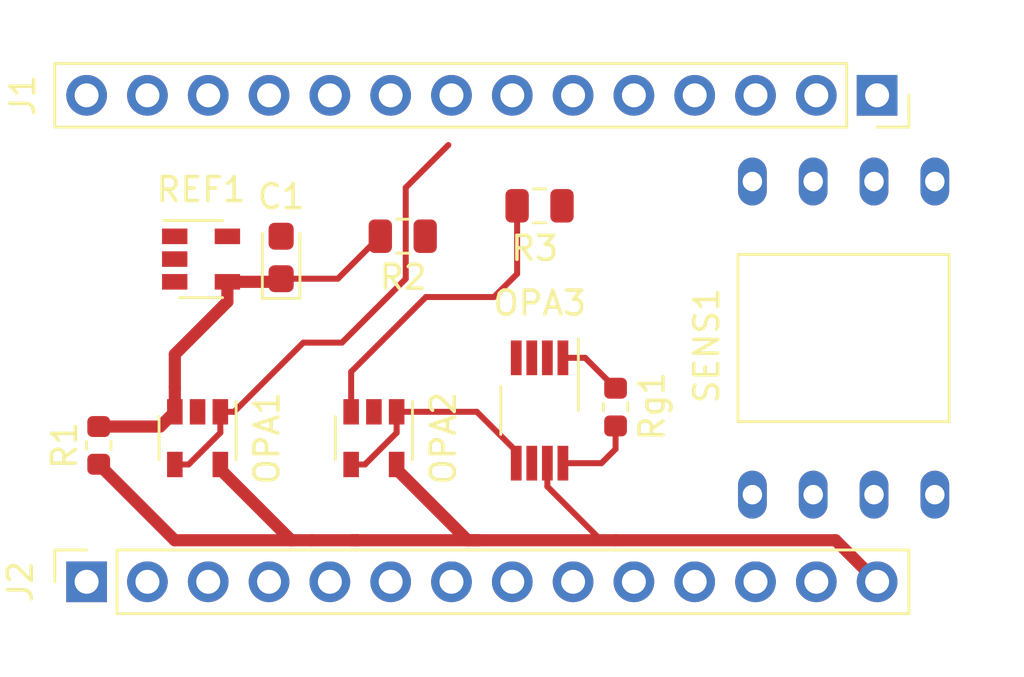
<source format=kicad_pcb>
(kicad_pcb (version 20171130) (host pcbnew "(5.1.2)-1")

  (general
    (thickness 1.6)
    (drawings 0)
    (tracks 57)
    (zones 0)
    (modules 12)
    (nets 41)
  )

  (page A4)
  (layers
    (0 F.Cu signal)
    (31 B.Cu signal)
    (32 B.Adhes user)
    (33 F.Adhes user)
    (34 B.Paste user)
    (35 F.Paste user)
    (36 B.SilkS user)
    (37 F.SilkS user)
    (38 B.Mask user)
    (39 F.Mask user)
    (40 Dwgs.User user)
    (41 Cmts.User user)
    (42 Eco1.User user)
    (43 Eco2.User user)
    (44 Edge.Cuts user)
    (45 Margin user)
    (46 B.CrtYd user)
    (47 F.CrtYd user)
    (48 B.Fab user)
    (49 F.Fab user)
  )

  (setup
    (last_trace_width 0.25)
    (user_trace_width 0.508)
    (trace_clearance 0.2)
    (zone_clearance 0.508)
    (zone_45_only no)
    (trace_min 0.2)
    (via_size 0.8)
    (via_drill 0.4)
    (via_min_size 0.4)
    (via_min_drill 0.3)
    (uvia_size 0.3)
    (uvia_drill 0.1)
    (uvias_allowed no)
    (uvia_min_size 0.2)
    (uvia_min_drill 0.1)
    (edge_width 0.05)
    (segment_width 0.2)
    (pcb_text_width 0.3)
    (pcb_text_size 1.5 1.5)
    (mod_edge_width 0.12)
    (mod_text_size 1 1)
    (mod_text_width 0.15)
    (pad_size 1.524 1.524)
    (pad_drill 0.762)
    (pad_to_mask_clearance 0.051)
    (solder_mask_min_width 0.25)
    (aux_axis_origin 0 0)
    (visible_elements 7FFFFFFF)
    (pcbplotparams
      (layerselection 0x010fc_ffffffff)
      (usegerberextensions false)
      (usegerberattributes false)
      (usegerberadvancedattributes false)
      (creategerberjobfile false)
      (excludeedgelayer true)
      (linewidth 0.100000)
      (plotframeref false)
      (viasonmask false)
      (mode 1)
      (useauxorigin false)
      (hpglpennumber 1)
      (hpglpenspeed 20)
      (hpglpendiameter 15.000000)
      (psnegative false)
      (psa4output false)
      (plotreference true)
      (plotvalue true)
      (plotinvisibletext false)
      (padsonsilk false)
      (subtractmaskfromsilk false)
      (outputformat 1)
      (mirror false)
      (drillshape 1)
      (scaleselection 1)
      (outputdirectory ""))
  )

  (net 0 "")
  (net 1 GND)
  (net 2 "Net-(C1-Pad1)")
  (net 3 "Net-(J1-Pad1)")
  (net 4 "Net-(J2-Pad1)")
  (net 5 +5V)
  (net 6 "Net-(OPA1-Pad1)")
  (net 7 "Net-(OPA2-Pad3)")
  (net 8 "Net-(OPA3-Pad8)")
  (net 9 "Net-(OPA3-Pad3)")
  (net 10 "Net-(OPA3-Pad2)")
  (net 11 "Net-(OPA3-Pad1)")
  (net 12 "Net-(SENS1-Pad5)")
  (net 13 "Net-(SENS1-Pad6)")
  (net 14 "Net-(SENS1-Pad7)")
  (net 15 "Net-(SENS1-Pad8)")
  (net 16 "Net-(J1-Pad14)")
  (net 17 "Net-(J1-Pad13)")
  (net 18 "Net-(J1-Pad12)")
  (net 19 "Net-(J1-Pad11)")
  (net 20 "Net-(J1-Pad10)")
  (net 21 "Net-(J1-Pad9)")
  (net 22 "Net-(J1-Pad8)")
  (net 23 "Net-(J1-Pad7)")
  (net 24 "Net-(J1-Pad6)")
  (net 25 "Net-(J1-Pad5)")
  (net 26 "Net-(J1-Pad4)")
  (net 27 "Net-(J1-Pad3)")
  (net 28 "Net-(J1-Pad2)")
  (net 29 "Net-(J2-Pad13)")
  (net 30 "Net-(J2-Pad12)")
  (net 31 "Net-(J2-Pad10)")
  (net 32 "Net-(J2-Pad9)")
  (net 33 "Net-(J2-Pad8)")
  (net 34 "Net-(J2-Pad7)")
  (net 35 "Net-(J2-Pad6)")
  (net 36 "Net-(J2-Pad5)")
  (net 37 "Net-(J2-Pad4)")
  (net 38 "Net-(J2-Pad3)")
  (net 39 "Net-(J2-Pad2)")
  (net 40 "Net-(OPA2-Pad2)")

  (net_class Default "This is the default net class."
    (clearance 0.2)
    (trace_width 0.25)
    (via_dia 0.8)
    (via_drill 0.4)
    (uvia_dia 0.3)
    (uvia_drill 0.1)
    (add_net +5V)
    (add_net GND)
    (add_net "Net-(C1-Pad1)")
    (add_net "Net-(J1-Pad1)")
    (add_net "Net-(J1-Pad10)")
    (add_net "Net-(J1-Pad11)")
    (add_net "Net-(J1-Pad12)")
    (add_net "Net-(J1-Pad13)")
    (add_net "Net-(J1-Pad14)")
    (add_net "Net-(J1-Pad2)")
    (add_net "Net-(J1-Pad3)")
    (add_net "Net-(J1-Pad4)")
    (add_net "Net-(J1-Pad5)")
    (add_net "Net-(J1-Pad6)")
    (add_net "Net-(J1-Pad7)")
    (add_net "Net-(J1-Pad8)")
    (add_net "Net-(J1-Pad9)")
    (add_net "Net-(J2-Pad1)")
    (add_net "Net-(J2-Pad10)")
    (add_net "Net-(J2-Pad12)")
    (add_net "Net-(J2-Pad13)")
    (add_net "Net-(J2-Pad2)")
    (add_net "Net-(J2-Pad3)")
    (add_net "Net-(J2-Pad4)")
    (add_net "Net-(J2-Pad5)")
    (add_net "Net-(J2-Pad6)")
    (add_net "Net-(J2-Pad7)")
    (add_net "Net-(J2-Pad8)")
    (add_net "Net-(J2-Pad9)")
    (add_net "Net-(OPA1-Pad1)")
    (add_net "Net-(OPA2-Pad2)")
    (add_net "Net-(OPA2-Pad3)")
    (add_net "Net-(OPA3-Pad1)")
    (add_net "Net-(OPA3-Pad2)")
    (add_net "Net-(OPA3-Pad3)")
    (add_net "Net-(OPA3-Pad8)")
    (add_net "Net-(SENS1-Pad5)")
    (add_net "Net-(SENS1-Pad6)")
    (add_net "Net-(SENS1-Pad7)")
    (add_net "Net-(SENS1-Pad8)")
  )

  (net_class 5V ""
    (clearance 0.4)
    (trace_width 0.508)
    (via_dia 0.8)
    (via_drill 0.4)
    (uvia_dia 0.3)
    (uvia_drill 0.1)
  )

  (module Connector_PinSocket_2.54mm:PinSocket_1x14_P2.54mm_Vertical (layer F.Cu) (tedit 5A19A434) (tstamp 5CD3FE82)
    (at 103 90 90)
    (descr "Through hole straight socket strip, 1x14, 2.54mm pitch, single row (from Kicad 4.0.7), script generated")
    (tags "Through hole socket strip THT 1x14 2.54mm single row")
    (path /5CD8CCB6)
    (fp_text reference J2 (at 0 -2.77 90) (layer F.SilkS)
      (effects (font (size 1 1) (thickness 0.15)))
    )
    (fp_text value "Headers 2" (at 0 35.79 90) (layer F.Fab)
      (effects (font (size 1 1) (thickness 0.15)))
    )
    (fp_text user %R (at 0 16.51) (layer F.Fab)
      (effects (font (size 1 1) (thickness 0.15)))
    )
    (fp_line (start -1.8 34.8) (end -1.8 -1.8) (layer F.CrtYd) (width 0.05))
    (fp_line (start 1.75 34.8) (end -1.8 34.8) (layer F.CrtYd) (width 0.05))
    (fp_line (start 1.75 -1.8) (end 1.75 34.8) (layer F.CrtYd) (width 0.05))
    (fp_line (start -1.8 -1.8) (end 1.75 -1.8) (layer F.CrtYd) (width 0.05))
    (fp_line (start 0 -1.33) (end 1.33 -1.33) (layer F.SilkS) (width 0.12))
    (fp_line (start 1.33 -1.33) (end 1.33 0) (layer F.SilkS) (width 0.12))
    (fp_line (start 1.33 1.27) (end 1.33 34.35) (layer F.SilkS) (width 0.12))
    (fp_line (start -1.33 34.35) (end 1.33 34.35) (layer F.SilkS) (width 0.12))
    (fp_line (start -1.33 1.27) (end -1.33 34.35) (layer F.SilkS) (width 0.12))
    (fp_line (start -1.33 1.27) (end 1.33 1.27) (layer F.SilkS) (width 0.12))
    (fp_line (start -1.27 34.29) (end -1.27 -1.27) (layer F.Fab) (width 0.1))
    (fp_line (start 1.27 34.29) (end -1.27 34.29) (layer F.Fab) (width 0.1))
    (fp_line (start 1.27 -0.635) (end 1.27 34.29) (layer F.Fab) (width 0.1))
    (fp_line (start 0.635 -1.27) (end 1.27 -0.635) (layer F.Fab) (width 0.1))
    (fp_line (start -1.27 -1.27) (end 0.635 -1.27) (layer F.Fab) (width 0.1))
    (pad 14 thru_hole oval (at 0 33.02 90) (size 1.7 1.7) (drill 1) (layers *.Cu *.Mask)
      (net 5 +5V))
    (pad 13 thru_hole oval (at 0 30.48 90) (size 1.7 1.7) (drill 1) (layers *.Cu *.Mask)
      (net 29 "Net-(J2-Pad13)"))
    (pad 12 thru_hole oval (at 0 27.94 90) (size 1.7 1.7) (drill 1) (layers *.Cu *.Mask)
      (net 30 "Net-(J2-Pad12)"))
    (pad 11 thru_hole oval (at 0 25.4 90) (size 1.7 1.7) (drill 1) (layers *.Cu *.Mask)
      (net 1 GND))
    (pad 10 thru_hole oval (at 0 22.86 90) (size 1.7 1.7) (drill 1) (layers *.Cu *.Mask)
      (net 31 "Net-(J2-Pad10)"))
    (pad 9 thru_hole oval (at 0 20.32 90) (size 1.7 1.7) (drill 1) (layers *.Cu *.Mask)
      (net 32 "Net-(J2-Pad9)"))
    (pad 8 thru_hole oval (at 0 17.78 90) (size 1.7 1.7) (drill 1) (layers *.Cu *.Mask)
      (net 33 "Net-(J2-Pad8)"))
    (pad 7 thru_hole oval (at 0 15.24 90) (size 1.7 1.7) (drill 1) (layers *.Cu *.Mask)
      (net 34 "Net-(J2-Pad7)"))
    (pad 6 thru_hole oval (at 0 12.7 90) (size 1.7 1.7) (drill 1) (layers *.Cu *.Mask)
      (net 35 "Net-(J2-Pad6)"))
    (pad 5 thru_hole oval (at 0 10.16 90) (size 1.7 1.7) (drill 1) (layers *.Cu *.Mask)
      (net 36 "Net-(J2-Pad5)"))
    (pad 4 thru_hole oval (at 0 7.62 90) (size 1.7 1.7) (drill 1) (layers *.Cu *.Mask)
      (net 37 "Net-(J2-Pad4)"))
    (pad 3 thru_hole oval (at 0 5.08 90) (size 1.7 1.7) (drill 1) (layers *.Cu *.Mask)
      (net 38 "Net-(J2-Pad3)"))
    (pad 2 thru_hole oval (at 0 2.54 90) (size 1.7 1.7) (drill 1) (layers *.Cu *.Mask)
      (net 39 "Net-(J2-Pad2)"))
    (pad 1 thru_hole rect (at 0 0 90) (size 1.7 1.7) (drill 1) (layers *.Cu *.Mask)
      (net 4 "Net-(J2-Pad1)"))
    (model ${KISYS3DMOD}/Connector_PinSocket_2.54mm.3dshapes/PinSocket_1x14_P2.54mm_Vertical.wrl
      (at (xyz 0 0 0))
      (scale (xyz 1 1 1))
      (rotate (xyz 0 0 0))
    )
  )

  (module Connector_PinSocket_2.54mm:PinSocket_1x14_P2.54mm_Vertical (layer F.Cu) (tedit 5A19A434) (tstamp 5CD426EE)
    (at 136.02 69.68 270)
    (descr "Through hole straight socket strip, 1x14, 2.54mm pitch, single row (from Kicad 4.0.7), script generated")
    (tags "Through hole socket strip THT 1x14 2.54mm single row")
    (path /5CD7F223)
    (fp_text reference J1 (at 0 35.69 90) (layer F.SilkS)
      (effects (font (size 1 1) (thickness 0.15)))
    )
    (fp_text value "Headers 1" (at 0 -2.41 90) (layer F.Fab)
      (effects (font (size 1 1) (thickness 0.15)))
    )
    (fp_text user %R (at 0 16.51) (layer F.Fab)
      (effects (font (size 1 1) (thickness 0.15)))
    )
    (fp_line (start -1.8 34.8) (end -1.8 -1.8) (layer F.CrtYd) (width 0.05))
    (fp_line (start 1.75 34.8) (end -1.8 34.8) (layer F.CrtYd) (width 0.05))
    (fp_line (start 1.75 -1.8) (end 1.75 34.8) (layer F.CrtYd) (width 0.05))
    (fp_line (start -1.8 -1.8) (end 1.75 -1.8) (layer F.CrtYd) (width 0.05))
    (fp_line (start 0 -1.33) (end 1.33 -1.33) (layer F.SilkS) (width 0.12))
    (fp_line (start 1.33 -1.33) (end 1.33 0) (layer F.SilkS) (width 0.12))
    (fp_line (start 1.33 1.27) (end 1.33 34.35) (layer F.SilkS) (width 0.12))
    (fp_line (start -1.33 34.35) (end 1.33 34.35) (layer F.SilkS) (width 0.12))
    (fp_line (start -1.33 1.27) (end -1.33 34.35) (layer F.SilkS) (width 0.12))
    (fp_line (start -1.33 1.27) (end 1.33 1.27) (layer F.SilkS) (width 0.12))
    (fp_line (start -1.27 34.29) (end -1.27 -1.27) (layer F.Fab) (width 0.1))
    (fp_line (start 1.27 34.29) (end -1.27 34.29) (layer F.Fab) (width 0.1))
    (fp_line (start 1.27 -0.635) (end 1.27 34.29) (layer F.Fab) (width 0.1))
    (fp_line (start 0.635 -1.27) (end 1.27 -0.635) (layer F.Fab) (width 0.1))
    (fp_line (start -1.27 -1.27) (end 0.635 -1.27) (layer F.Fab) (width 0.1))
    (pad 14 thru_hole oval (at 0 33.02 270) (size 1.7 1.7) (drill 1) (layers *.Cu *.Mask)
      (net 16 "Net-(J1-Pad14)"))
    (pad 13 thru_hole oval (at 0 30.48 270) (size 1.7 1.7) (drill 1) (layers *.Cu *.Mask)
      (net 17 "Net-(J1-Pad13)"))
    (pad 12 thru_hole oval (at 0 27.94 270) (size 1.7 1.7) (drill 1) (layers *.Cu *.Mask)
      (net 18 "Net-(J1-Pad12)"))
    (pad 11 thru_hole oval (at 0 25.4 270) (size 1.7 1.7) (drill 1) (layers *.Cu *.Mask)
      (net 19 "Net-(J1-Pad11)"))
    (pad 10 thru_hole oval (at 0 22.86 270) (size 1.7 1.7) (drill 1) (layers *.Cu *.Mask)
      (net 20 "Net-(J1-Pad10)"))
    (pad 9 thru_hole oval (at 0 20.32 270) (size 1.7 1.7) (drill 1) (layers *.Cu *.Mask)
      (net 21 "Net-(J1-Pad9)"))
    (pad 8 thru_hole oval (at 0 17.78 270) (size 1.7 1.7) (drill 1) (layers *.Cu *.Mask)
      (net 22 "Net-(J1-Pad8)"))
    (pad 7 thru_hole oval (at 0 15.24 270) (size 1.7 1.7) (drill 1) (layers *.Cu *.Mask)
      (net 23 "Net-(J1-Pad7)"))
    (pad 6 thru_hole oval (at 0 12.7 270) (size 1.7 1.7) (drill 1) (layers *.Cu *.Mask)
      (net 24 "Net-(J1-Pad6)"))
    (pad 5 thru_hole oval (at 0 10.16 270) (size 1.7 1.7) (drill 1) (layers *.Cu *.Mask)
      (net 25 "Net-(J1-Pad5)"))
    (pad 4 thru_hole oval (at 0 7.62 270) (size 1.7 1.7) (drill 1) (layers *.Cu *.Mask)
      (net 26 "Net-(J1-Pad4)"))
    (pad 3 thru_hole oval (at 0 5.08 270) (size 1.7 1.7) (drill 1) (layers *.Cu *.Mask)
      (net 27 "Net-(J1-Pad3)"))
    (pad 2 thru_hole oval (at 0 2.54 270) (size 1.7 1.7) (drill 1) (layers *.Cu *.Mask)
      (net 28 "Net-(J1-Pad2)"))
    (pad 1 thru_hole rect (at 0 0 270) (size 1.7 1.7) (drill 1) (layers *.Cu *.Mask)
      (net 3 "Net-(J1-Pad1)"))
    (model ${KISYS3DMOD}/Connector_PinSocket_2.54mm.3dshapes/PinSocket_1x14_P2.54mm_Vertical.wrl
      (at (xyz 0 0 0))
      (scale (xyz 1 1 1))
      (rotate (xyz 0 0 0))
    )
  )

  (module project_components:DIP-8_RR (layer F.Cu) (tedit 5CD39EEA) (tstamp 5CD4278D)
    (at 134.62 79.82 180)
    (path /5CD38982)
    (fp_text reference SENS1 (at 5.715 -0.3175 90) (layer F.SilkS)
      (effects (font (size 1 1) (thickness 0.15)))
    )
    (fp_text value NSCDRRN001PDUNV (at 0 0) (layer F.Fab)
      (effects (font (size 1 1) (thickness 0.15)))
    )
    (fp_line (start -4.41 -3.49) (end -4.41 3.49) (layer F.SilkS) (width 0.12))
    (fp_line (start -4.66 7.79) (end -4.66 -7.79) (layer F.CrtYd) (width 0.05))
    (fp_line (start 4.66 7.79) (end -4.66 7.79) (layer F.CrtYd) (width 0.05))
    (fp_line (start 4.66 -7.79) (end 4.66 7.79) (layer F.CrtYd) (width 0.05))
    (fp_line (start -4.66 -7.79) (end 4.66 -7.79) (layer F.CrtYd) (width 0.05))
    (fp_line (start 4.41 -3.49) (end -4.41 -3.49) (layer F.SilkS) (width 0.12))
    (fp_line (start 4.41 3.49) (end 4.41 -3.49) (layer F.SilkS) (width 0.12))
    (fp_line (start -4.41 3.49) (end 4.41 3.49) (layer F.SilkS) (width 0.12))
    (pad 4 thru_hole oval (at 3.81 6.54 180) (size 1.2 2) (drill 0.813) (layers *.Cu *.Mask)
      (net 10 "Net-(OPA3-Pad2)"))
    (pad 5 thru_hole oval (at 3.81 -6.54 180) (size 1.2 2) (drill 0.813) (layers *.Cu *.Mask)
      (net 12 "Net-(SENS1-Pad5)"))
    (pad 3 thru_hole oval (at 1.27 6.54 180) (size 1.2 2) (drill 0.813) (layers *.Cu *.Mask)
      (net 6 "Net-(OPA1-Pad1)"))
    (pad 6 thru_hole oval (at 1.27 -6.54 180) (size 1.2 2) (drill 0.813) (layers *.Cu *.Mask)
      (net 13 "Net-(SENS1-Pad6)"))
    (pad 2 thru_hole oval (at -1.27 6.54 180) (size 1.2 2) (drill 0.813) (layers *.Cu *.Mask)
      (net 9 "Net-(OPA3-Pad3)"))
    (pad 7 thru_hole oval (at -1.27 -6.54 180) (size 1.2 2) (drill 0.813) (layers *.Cu *.Mask)
      (net 14 "Net-(SENS1-Pad7)"))
    (pad 1 thru_hole oval (at -3.81 6.54 180) (size 1.2 2) (drill 0.813) (layers *.Cu *.Mask)
      (net 1 GND))
    (pad 8 thru_hole oval (at -3.81 -6.54 180) (size 1.2 2) (drill 0.813) (layers *.Cu *.Mask)
      (net 15 "Net-(SENS1-Pad8)"))
    (model ${KIPRJMOD}/3d/nsc.wrl
      (at (xyz 0 0 0))
      (scale (xyz 0.4 0.4 0.4))
      (rotate (xyz 0 0 -90))
    )
  )

  (module Resistor_SMD:R_0603_1608Metric (layer F.Cu) (tedit 5B301BBD) (tstamp 5CD4455F)
    (at 125.095 82.7025 270)
    (descr "Resistor SMD 0603 (1608 Metric), square (rectangular) end terminal, IPC_7351 nominal, (Body size source: http://www.tortai-tech.com/upload/download/2011102023233369053.pdf), generated with kicad-footprint-generator")
    (tags resistor)
    (path /5CD4E01B)
    (attr smd)
    (fp_text reference Rg1 (at -0.038 -1.524 90) (layer F.SilkS)
      (effects (font (size 1 1) (thickness 0.15)))
    )
    (fp_text value "500 Ohm" (at 0 1.43 90) (layer F.Fab)
      (effects (font (size 1 1) (thickness 0.15)))
    )
    (fp_text user %R (at 0 0 90) (layer F.Fab)
      (effects (font (size 0.4 0.4) (thickness 0.06)))
    )
    (fp_line (start 1.48 0.73) (end -1.48 0.73) (layer F.CrtYd) (width 0.05))
    (fp_line (start 1.48 -0.73) (end 1.48 0.73) (layer F.CrtYd) (width 0.05))
    (fp_line (start -1.48 -0.73) (end 1.48 -0.73) (layer F.CrtYd) (width 0.05))
    (fp_line (start -1.48 0.73) (end -1.48 -0.73) (layer F.CrtYd) (width 0.05))
    (fp_line (start -0.162779 0.51) (end 0.162779 0.51) (layer F.SilkS) (width 0.12))
    (fp_line (start -0.162779 -0.51) (end 0.162779 -0.51) (layer F.SilkS) (width 0.12))
    (fp_line (start 0.8 0.4) (end -0.8 0.4) (layer F.Fab) (width 0.1))
    (fp_line (start 0.8 -0.4) (end 0.8 0.4) (layer F.Fab) (width 0.1))
    (fp_line (start -0.8 -0.4) (end 0.8 -0.4) (layer F.Fab) (width 0.1))
    (fp_line (start -0.8 0.4) (end -0.8 -0.4) (layer F.Fab) (width 0.1))
    (pad 2 smd roundrect (at 0.7875 0 270) (size 0.875 0.95) (layers F.Cu F.Paste F.Mask) (roundrect_rratio 0.25)
      (net 8 "Net-(OPA3-Pad8)"))
    (pad 1 smd roundrect (at -0.7875 0 270) (size 0.875 0.95) (layers F.Cu F.Paste F.Mask) (roundrect_rratio 0.25)
      (net 11 "Net-(OPA3-Pad1)"))
    (model ${KISYS3DMOD}/Resistor_SMD.3dshapes/R_0603_1608Metric.wrl
      (at (xyz 0 0 0))
      (scale (xyz 1 1 1))
      (rotate (xyz 0 0 0))
    )
  )

  (module Package_TO_SOT_SMD:SOT-23-5 (layer F.Cu) (tedit 5A02FF57) (tstamp 5CD42428)
    (at 107.78 76.52)
    (descr "5-pin SOT23 package")
    (tags SOT-23-5)
    (path /5CD4BD36)
    (attr smd)
    (fp_text reference REF1 (at 0 -2.9) (layer F.SilkS)
      (effects (font (size 1 1) (thickness 0.15)))
    )
    (fp_text value LM4030-4.096 (at -3.64 0.32 90) (layer F.Fab) hide
      (effects (font (size 1 1) (thickness 0.15)))
    )
    (fp_line (start 0.9 -1.55) (end 0.9 1.55) (layer F.Fab) (width 0.1))
    (fp_line (start 0.9 1.55) (end -0.9 1.55) (layer F.Fab) (width 0.1))
    (fp_line (start -0.9 -0.9) (end -0.9 1.55) (layer F.Fab) (width 0.1))
    (fp_line (start 0.9 -1.55) (end -0.25 -1.55) (layer F.Fab) (width 0.1))
    (fp_line (start -0.9 -0.9) (end -0.25 -1.55) (layer F.Fab) (width 0.1))
    (fp_line (start -1.9 1.8) (end -1.9 -1.8) (layer F.CrtYd) (width 0.05))
    (fp_line (start 1.9 1.8) (end -1.9 1.8) (layer F.CrtYd) (width 0.05))
    (fp_line (start 1.9 -1.8) (end 1.9 1.8) (layer F.CrtYd) (width 0.05))
    (fp_line (start -1.9 -1.8) (end 1.9 -1.8) (layer F.CrtYd) (width 0.05))
    (fp_line (start 0.9 -1.61) (end -1.55 -1.61) (layer F.SilkS) (width 0.12))
    (fp_line (start -0.9 1.61) (end 0.9 1.61) (layer F.SilkS) (width 0.12))
    (fp_text user %R (at 0 0 90) (layer F.Fab)
      (effects (font (size 0.5 0.5) (thickness 0.075)))
    )
    (pad 5 smd rect (at 1.1 -0.95) (size 1.06 0.65) (layers F.Cu F.Paste F.Mask)
      (net 1 GND))
    (pad 4 smd rect (at 1.1 0.95) (size 1.06 0.65) (layers F.Cu F.Paste F.Mask)
      (net 2 "Net-(C1-Pad1)"))
    (pad 3 smd rect (at -1.1 0.95) (size 1.06 0.65) (layers F.Cu F.Paste F.Mask))
    (pad 2 smd rect (at -1.1 0) (size 1.06 0.65) (layers F.Cu F.Paste F.Mask))
    (pad 1 smd rect (at -1.1 -0.95) (size 1.06 0.65) (layers F.Cu F.Paste F.Mask))
    (model ${KISYS3DMOD}/Package_TO_SOT_SMD.3dshapes/SOT-23-5.wrl
      (at (xyz 0 0 0))
      (scale (xyz 1 1 1))
      (rotate (xyz 0 0 0))
    )
  )

  (module Resistor_SMD:R_0805_2012Metric (layer F.Cu) (tedit 5B36C52B) (tstamp 5CD42550)
    (at 121.92 74.295)
    (descr "Resistor SMD 0805 (2012 Metric), square (rectangular) end terminal, IPC_7351 nominal, (Body size source: https://docs.google.com/spreadsheets/d/1BsfQQcO9C6DZCsRaXUlFlo91Tg2WpOkGARC1WS5S8t0/edit?usp=sharing), generated with kicad-footprint-generator")
    (tags resistor)
    (path /5CD388C6)
    (attr smd)
    (fp_text reference R3 (at -0.2055 1.778) (layer F.SilkS)
      (effects (font (size 1 1) (thickness 0.15)))
    )
    (fp_text value "15 KOhm" (at 0 1.65) (layer F.Fab)
      (effects (font (size 1 1) (thickness 0.15)))
    )
    (fp_text user %R (at 0 0) (layer F.Fab)
      (effects (font (size 0.5 0.5) (thickness 0.08)))
    )
    (fp_line (start 1.68 0.95) (end -1.68 0.95) (layer F.CrtYd) (width 0.05))
    (fp_line (start 1.68 -0.95) (end 1.68 0.95) (layer F.CrtYd) (width 0.05))
    (fp_line (start -1.68 -0.95) (end 1.68 -0.95) (layer F.CrtYd) (width 0.05))
    (fp_line (start -1.68 0.95) (end -1.68 -0.95) (layer F.CrtYd) (width 0.05))
    (fp_line (start -0.258578 0.71) (end 0.258578 0.71) (layer F.SilkS) (width 0.12))
    (fp_line (start -0.258578 -0.71) (end 0.258578 -0.71) (layer F.SilkS) (width 0.12))
    (fp_line (start 1 0.6) (end -1 0.6) (layer F.Fab) (width 0.1))
    (fp_line (start 1 -0.6) (end 1 0.6) (layer F.Fab) (width 0.1))
    (fp_line (start -1 -0.6) (end 1 -0.6) (layer F.Fab) (width 0.1))
    (fp_line (start -1 0.6) (end -1 -0.6) (layer F.Fab) (width 0.1))
    (pad 2 smd roundrect (at 0.9375 0) (size 0.975 1.4) (layers F.Cu F.Paste F.Mask) (roundrect_rratio 0.25)
      (net 1 GND))
    (pad 1 smd roundrect (at -0.9375 0) (size 0.975 1.4) (layers F.Cu F.Paste F.Mask) (roundrect_rratio 0.25)
      (net 7 "Net-(OPA2-Pad3)"))
    (model ${KISYS3DMOD}/Resistor_SMD.3dshapes/R_0805_2012Metric.wrl
      (at (xyz 0 0 0))
      (scale (xyz 1 1 1))
      (rotate (xyz 0 0 0))
    )
  )

  (module Resistor_SMD:R_0805_2012Metric (layer F.Cu) (tedit 5B36C52B) (tstamp 5CD44081)
    (at 116.205 75.565)
    (descr "Resistor SMD 0805 (2012 Metric), square (rectangular) end terminal, IPC_7351 nominal, (Body size source: https://docs.google.com/spreadsheets/d/1BsfQQcO9C6DZCsRaXUlFlo91Tg2WpOkGARC1WS5S8t0/edit?usp=sharing), generated with kicad-footprint-generator")
    (tags resistor)
    (path /5CD37D29)
    (attr smd)
    (fp_text reference R2 (at 0.015 1.7145) (layer F.SilkS)
      (effects (font (size 1 1) (thickness 0.15)))
    )
    (fp_text value "10 KOhm" (at 0 1.65) (layer F.Fab)
      (effects (font (size 1 1) (thickness 0.15)))
    )
    (fp_text user %R (at 0 0) (layer F.Fab)
      (effects (font (size 0.5 0.5) (thickness 0.08)))
    )
    (fp_line (start 1.68 0.95) (end -1.68 0.95) (layer F.CrtYd) (width 0.05))
    (fp_line (start 1.68 -0.95) (end 1.68 0.95) (layer F.CrtYd) (width 0.05))
    (fp_line (start -1.68 -0.95) (end 1.68 -0.95) (layer F.CrtYd) (width 0.05))
    (fp_line (start -1.68 0.95) (end -1.68 -0.95) (layer F.CrtYd) (width 0.05))
    (fp_line (start -0.258578 0.71) (end 0.258578 0.71) (layer F.SilkS) (width 0.12))
    (fp_line (start -0.258578 -0.71) (end 0.258578 -0.71) (layer F.SilkS) (width 0.12))
    (fp_line (start 1 0.6) (end -1 0.6) (layer F.Fab) (width 0.1))
    (fp_line (start 1 -0.6) (end 1 0.6) (layer F.Fab) (width 0.1))
    (fp_line (start -1 -0.6) (end 1 -0.6) (layer F.Fab) (width 0.1))
    (fp_line (start -1 0.6) (end -1 -0.6) (layer F.Fab) (width 0.1))
    (pad 2 smd roundrect (at 0.9375 0) (size 0.975 1.4) (layers F.Cu F.Paste F.Mask) (roundrect_rratio 0.25)
      (net 7 "Net-(OPA2-Pad3)"))
    (pad 1 smd roundrect (at -0.9375 0) (size 0.975 1.4) (layers F.Cu F.Paste F.Mask) (roundrect_rratio 0.25)
      (net 2 "Net-(C1-Pad1)"))
    (model ${KISYS3DMOD}/Resistor_SMD.3dshapes/R_0805_2012Metric.wrl
      (at (xyz 0 0 0))
      (scale (xyz 1 1 1))
      (rotate (xyz 0 0 0))
    )
  )

  (module Resistor_SMD:R_0603_1608Metric (layer F.Cu) (tedit 5B301BBD) (tstamp 5CD43AE3)
    (at 103.505 84.3025 90)
    (descr "Resistor SMD 0603 (1608 Metric), square (rectangular) end terminal, IPC_7351 nominal, (Body size source: http://www.tortai-tech.com/upload/download/2011102023233369053.pdf), generated with kicad-footprint-generator")
    (tags resistor)
    (path /5CD5B23E)
    (attr smd)
    (fp_text reference R1 (at 0 -1.43 90) (layer F.SilkS)
      (effects (font (size 1 1) (thickness 0.15)))
    )
    (fp_text value "1.02 KOhm" (at 0 1.43 180) (layer F.Fab) hide
      (effects (font (size 1 1) (thickness 0.15)))
    )
    (fp_text user %R (at 0 0 90) (layer F.Fab)
      (effects (font (size 0.4 0.4) (thickness 0.06)))
    )
    (fp_line (start 1.48 0.73) (end -1.48 0.73) (layer F.CrtYd) (width 0.05))
    (fp_line (start 1.48 -0.73) (end 1.48 0.73) (layer F.CrtYd) (width 0.05))
    (fp_line (start -1.48 -0.73) (end 1.48 -0.73) (layer F.CrtYd) (width 0.05))
    (fp_line (start -1.48 0.73) (end -1.48 -0.73) (layer F.CrtYd) (width 0.05))
    (fp_line (start -0.162779 0.51) (end 0.162779 0.51) (layer F.SilkS) (width 0.12))
    (fp_line (start -0.162779 -0.51) (end 0.162779 -0.51) (layer F.SilkS) (width 0.12))
    (fp_line (start 0.8 0.4) (end -0.8 0.4) (layer F.Fab) (width 0.1))
    (fp_line (start 0.8 -0.4) (end 0.8 0.4) (layer F.Fab) (width 0.1))
    (fp_line (start -0.8 -0.4) (end 0.8 -0.4) (layer F.Fab) (width 0.1))
    (fp_line (start -0.8 0.4) (end -0.8 -0.4) (layer F.Fab) (width 0.1))
    (pad 2 smd roundrect (at 0.7875 0 90) (size 0.875 0.95) (layers F.Cu F.Paste F.Mask) (roundrect_rratio 0.25)
      (net 2 "Net-(C1-Pad1)"))
    (pad 1 smd roundrect (at -0.7875 0 90) (size 0.875 0.95) (layers F.Cu F.Paste F.Mask) (roundrect_rratio 0.25)
      (net 5 +5V))
    (model ${KISYS3DMOD}/Resistor_SMD.3dshapes/R_0603_1608Metric.wrl
      (at (xyz 0 0 0))
      (scale (xyz 1 1 1))
      (rotate (xyz 0 0 0))
    )
  )

  (module Package_SO:VSSOP-8_3.0x3.0mm_P0.65mm (layer F.Cu) (tedit 5A02F25C) (tstamp 5CD42A15)
    (at 121.92 82.845 270)
    (descr "VSSOP-8 3.0 x 3.0, http://www.ti.com/lit/ds/symlink/lm75b.pdf")
    (tags "VSSOP-8 3.0 x 3.0")
    (path /5CD4ABF9)
    (attr smd)
    (fp_text reference OPA3 (at -4.486 -0.0075 180) (layer F.SilkS)
      (effects (font (size 1 1) (thickness 0.15)))
    )
    (fp_text value INA333 (at 0.02 2.73 90) (layer F.Fab)
      (effects (font (size 1 1) (thickness 0.15)))
    )
    (fp_text user %R (at 0 0 270) (layer F.Fab)
      (effects (font (size 0.5 0.5) (thickness 0.1)))
    )
    (fp_line (start 1.5 -1.5) (end 1.5 1.5) (layer F.Fab) (width 0.1))
    (fp_line (start 1.5 1.5) (end -1.5 1.5) (layer F.Fab) (width 0.1))
    (fp_line (start -1.5 1.5) (end -1.5 -0.5) (layer F.Fab) (width 0.1))
    (fp_line (start -0.5 -1.5) (end 1.5 -1.5) (layer F.Fab) (width 0.1))
    (fp_line (start -0.5 -1.5) (end -1.5 -0.5) (layer F.Fab) (width 0.1))
    (fp_line (start 0 -1.62) (end -3 -1.62) (layer F.SilkS) (width 0.12))
    (fp_line (start 1 1.62) (end -1 1.62) (layer F.SilkS) (width 0.12))
    (fp_line (start 3.48 -1.75) (end 3.48 1.75) (layer F.CrtYd) (width 0.05))
    (fp_line (start 3.48 1.75) (end -3.48 1.75) (layer F.CrtYd) (width 0.05))
    (fp_line (start -3.48 1.75) (end -3.48 -1.75) (layer F.CrtYd) (width 0.05))
    (fp_line (start -3.48 -1.75) (end 3.48 -1.75) (layer F.CrtYd) (width 0.05))
    (pad 8 smd rect (at 2.2 -0.975 180) (size 0.45 1.45) (layers F.Cu F.Paste F.Mask)
      (net 8 "Net-(OPA3-Pad8)"))
    (pad 7 smd rect (at 2.2 -0.325 180) (size 0.45 1.45) (layers F.Cu F.Paste F.Mask)
      (net 5 +5V))
    (pad 6 smd rect (at 2.2 0.325 180) (size 0.45 1.45) (layers F.Cu F.Paste F.Mask)
      (net 27 "Net-(J1-Pad3)"))
    (pad 5 smd rect (at 2.2 0.975 180) (size 0.45 1.45) (layers F.Cu F.Paste F.Mask)
      (net 3 "Net-(J1-Pad1)"))
    (pad 4 smd rect (at -2.2 0.975 180) (size 0.45 1.45) (layers F.Cu F.Paste F.Mask)
      (net 1 GND))
    (pad 3 smd rect (at -2.2 0.325 180) (size 0.45 1.45) (layers F.Cu F.Paste F.Mask)
      (net 9 "Net-(OPA3-Pad3)"))
    (pad 2 smd rect (at -2.2 -0.325 180) (size 0.45 1.45) (layers F.Cu F.Paste F.Mask)
      (net 10 "Net-(OPA3-Pad2)"))
    (pad 1 smd rect (at -2.2 -0.975 180) (size 0.45 1.45) (layers F.Cu F.Paste F.Mask)
      (net 11 "Net-(OPA3-Pad1)"))
    (model ${KISYS3DMOD}/Package_SO.3dshapes/VSSOP-8_3.0x3.0mm_P0.65mm.wrl
      (at (xyz 0 0 0))
      (scale (xyz 1 1 1))
      (rotate (xyz 0 0 0))
    )
  )

  (module Package_TO_SOT_SMD:SOT-23-5 (layer F.Cu) (tedit 5A02FF57) (tstamp 5CD43FAA)
    (at 115 84 270)
    (descr "5-pin SOT23 package")
    (tags SOT-23-5)
    (path /5CD3C231)
    (attr smd)
    (fp_text reference OPA2 (at 0 -2.9 90) (layer F.SilkS)
      (effects (font (size 1 1) (thickness 0.15)))
    )
    (fp_text value OPA378xxDBVR (at 0 2.9 90) (layer F.Fab)
      (effects (font (size 1 1) (thickness 0.15)))
    )
    (fp_line (start 0.9 -1.55) (end 0.9 1.55) (layer F.Fab) (width 0.1))
    (fp_line (start 0.9 1.55) (end -0.9 1.55) (layer F.Fab) (width 0.1))
    (fp_line (start -0.9 -0.9) (end -0.9 1.55) (layer F.Fab) (width 0.1))
    (fp_line (start 0.9 -1.55) (end -0.25 -1.55) (layer F.Fab) (width 0.1))
    (fp_line (start -0.9 -0.9) (end -0.25 -1.55) (layer F.Fab) (width 0.1))
    (fp_line (start -1.9 1.8) (end -1.9 -1.8) (layer F.CrtYd) (width 0.05))
    (fp_line (start 1.9 1.8) (end -1.9 1.8) (layer F.CrtYd) (width 0.05))
    (fp_line (start 1.9 -1.8) (end 1.9 1.8) (layer F.CrtYd) (width 0.05))
    (fp_line (start -1.9 -1.8) (end 1.9 -1.8) (layer F.CrtYd) (width 0.05))
    (fp_line (start 0.9 -1.61) (end -1.55 -1.61) (layer F.SilkS) (width 0.12))
    (fp_line (start -0.9 1.61) (end 0.9 1.61) (layer F.SilkS) (width 0.12))
    (fp_text user %R (at 0 0) (layer F.Fab)
      (effects (font (size 0.5 0.5) (thickness 0.075)))
    )
    (pad 5 smd rect (at 1.1 -0.95 270) (size 1.06 0.65) (layers F.Cu F.Paste F.Mask)
      (net 5 +5V))
    (pad 4 smd rect (at 1.1 0.95 270) (size 1.06 0.65) (layers F.Cu F.Paste F.Mask)
      (net 3 "Net-(J1-Pad1)"))
    (pad 3 smd rect (at -1.1 0.95 270) (size 1.06 0.65) (layers F.Cu F.Paste F.Mask)
      (net 7 "Net-(OPA2-Pad3)"))
    (pad 2 smd rect (at -1.1 0 270) (size 1.06 0.65) (layers F.Cu F.Paste F.Mask)
      (net 40 "Net-(OPA2-Pad2)"))
    (pad 1 smd rect (at -1.1 -0.95 270) (size 1.06 0.65) (layers F.Cu F.Paste F.Mask)
      (net 3 "Net-(J1-Pad1)"))
    (model ${KISYS3DMOD}/Package_TO_SOT_SMD.3dshapes/SOT-23-5.wrl
      (at (xyz 0 0 0))
      (scale (xyz 1 1 1))
      (rotate (xyz 0 0 0))
    )
  )

  (module Package_TO_SOT_SMD:SOT-23-5 (layer F.Cu) (tedit 5A02FF57) (tstamp 5CD425F6)
    (at 107.635 84 270)
    (descr "5-pin SOT23 package")
    (tags SOT-23-5)
    (path /5CD46E8B)
    (attr smd)
    (fp_text reference OPA1 (at 0 -2.9 90) (layer F.SilkS)
      (effects (font (size 1 1) (thickness 0.15)))
    )
    (fp_text value OPA378xxDBVR (at 0 2.9 90) (layer F.Fab)
      (effects (font (size 1 1) (thickness 0.15)))
    )
    (fp_line (start 0.9 -1.55) (end 0.9 1.55) (layer F.Fab) (width 0.1))
    (fp_line (start 0.9 1.55) (end -0.9 1.55) (layer F.Fab) (width 0.1))
    (fp_line (start -0.9 -0.9) (end -0.9 1.55) (layer F.Fab) (width 0.1))
    (fp_line (start 0.9 -1.55) (end -0.25 -1.55) (layer F.Fab) (width 0.1))
    (fp_line (start -0.9 -0.9) (end -0.25 -1.55) (layer F.Fab) (width 0.1))
    (fp_line (start -1.9 1.8) (end -1.9 -1.8) (layer F.CrtYd) (width 0.05))
    (fp_line (start 1.9 1.8) (end -1.9 1.8) (layer F.CrtYd) (width 0.05))
    (fp_line (start 1.9 -1.8) (end 1.9 1.8) (layer F.CrtYd) (width 0.05))
    (fp_line (start -1.9 -1.8) (end 1.9 -1.8) (layer F.CrtYd) (width 0.05))
    (fp_line (start 0.9 -1.61) (end -1.55 -1.61) (layer F.SilkS) (width 0.12))
    (fp_line (start -0.9 1.61) (end 0.9 1.61) (layer F.SilkS) (width 0.12))
    (fp_text user %R (at 0 0) (layer F.Fab)
      (effects (font (size 0.5 0.5) (thickness 0.075)))
    )
    (pad 5 smd rect (at 1.1 -0.95 270) (size 1.06 0.65) (layers F.Cu F.Paste F.Mask)
      (net 5 +5V))
    (pad 4 smd rect (at 1.1 0.95 270) (size 1.06 0.65) (layers F.Cu F.Paste F.Mask)
      (net 6 "Net-(OPA1-Pad1)"))
    (pad 3 smd rect (at -1.1 0.95 270) (size 1.06 0.65) (layers F.Cu F.Paste F.Mask)
      (net 2 "Net-(C1-Pad1)"))
    (pad 2 smd rect (at -1.1 0 270) (size 1.06 0.65) (layers F.Cu F.Paste F.Mask)
      (net 1 GND))
    (pad 1 smd rect (at -1.1 -0.95 270) (size 1.06 0.65) (layers F.Cu F.Paste F.Mask)
      (net 6 "Net-(OPA1-Pad1)"))
    (model ${KISYS3DMOD}/Package_TO_SOT_SMD.3dshapes/SOT-23-5.wrl
      (at (xyz 0 0 0))
      (scale (xyz 1 1 1))
      (rotate (xyz 0 0 0))
    )
  )

  (module Capacitor_Tantalum_SMD:CP_EIA-2012-15_AVX-P (layer F.Cu) (tedit 5B301BBE) (tstamp 5CD3EE40)
    (at 111.125 76.4525 90)
    (descr "Tantalum Capacitor SMD AVX-P (2012-15 Metric), IPC_7351 nominal, (Body size from: https://www.vishay.com/docs/40182/tmch.pdf), generated with kicad-footprint-generator")
    (tags "capacitor tantalum")
    (path /5CD53D0E)
    (attr smd)
    (fp_text reference C1 (at 2.54 0) (layer F.SilkS)
      (effects (font (size 1 1) (thickness 0.15)))
    )
    (fp_text value 1uF (at 0 1.58 90) (layer F.Fab) hide
      (effects (font (size 1 1) (thickness 0.15)))
    )
    (fp_text user %R (at 0 0 90) (layer F.Fab)
      (effects (font (size 0.5 0.5) (thickness 0.08)))
    )
    (fp_line (start 1.7 0.88) (end -1.7 0.88) (layer F.CrtYd) (width 0.05))
    (fp_line (start 1.7 -0.88) (end 1.7 0.88) (layer F.CrtYd) (width 0.05))
    (fp_line (start -1.7 -0.88) (end 1.7 -0.88) (layer F.CrtYd) (width 0.05))
    (fp_line (start -1.7 0.88) (end -1.7 -0.88) (layer F.CrtYd) (width 0.05))
    (fp_line (start -1.71 0.785) (end 1 0.785) (layer F.SilkS) (width 0.12))
    (fp_line (start -1.71 -0.785) (end -1.71 0.785) (layer F.SilkS) (width 0.12))
    (fp_line (start 1 -0.785) (end -1.71 -0.785) (layer F.SilkS) (width 0.12))
    (fp_line (start 1 0.625) (end 1 -0.625) (layer F.Fab) (width 0.1))
    (fp_line (start -1 0.625) (end 1 0.625) (layer F.Fab) (width 0.1))
    (fp_line (start -1 -0.3125) (end -1 0.625) (layer F.Fab) (width 0.1))
    (fp_line (start -0.6875 -0.625) (end -1 -0.3125) (layer F.Fab) (width 0.1))
    (fp_line (start 1 -0.625) (end -0.6875 -0.625) (layer F.Fab) (width 0.1))
    (pad 2 smd roundrect (at 0.8875 0 90) (size 1.125 1.05) (layers F.Cu F.Paste F.Mask) (roundrect_rratio 0.238095)
      (net 1 GND))
    (pad 1 smd roundrect (at -0.8875 0 90) (size 1.125 1.05) (layers F.Cu F.Paste F.Mask) (roundrect_rratio 0.238095)
      (net 2 "Net-(C1-Pad1)"))
    (model ${KISYS3DMOD}/Capacitor_Tantalum_SMD.3dshapes/CP_EIA-2012-15_AVX-P.wrl
      (at (xyz 0 0 0))
      (scale (xyz 1 1 1))
      (rotate (xyz 0 0 0))
    )
  )

  (segment (start 108.88 77.47) (end 108.675 77.47) (width 0.508) (layer F.Cu) (net 2))
  (segment (start 106.07 83.515) (end 106.685 82.9) (width 0.508) (layer F.Cu) (net 2))
  (segment (start 103.505 83.515) (end 106.07 83.515) (width 0.508) (layer F.Cu) (net 2))
  (segment (start 106.685 81.862) (end 106.685 82.9) (width 0.508) (layer F.Cu) (net 2))
  (segment (start 106.685 80.498) (end 106.685 81.862) (width 0.508) (layer F.Cu) (net 2))
  (segment (start 108.88 78.303) (end 106.685 80.498) (width 0.508) (layer F.Cu) (net 2))
  (segment (start 108.88 77.47) (end 108.88 78.303) (width 0.508) (layer F.Cu) (net 2))
  (segment (start 110.995 77.47) (end 111.125 77.34) (width 0.508) (layer F.Cu) (net 2))
  (segment (start 108.88 77.47) (end 110.995 77.47) (width 0.508) (layer F.Cu) (net 2))
  (segment (start 113.4925 77.34) (end 115.2675 75.565) (width 0.25) (layer F.Cu) (net 2))
  (segment (start 111.125 77.34) (end 113.4925 77.34) (width 0.25) (layer F.Cu) (net 2))
  (segment (start 115.95 83.68) (end 115.95 82.9) (width 0.25) (layer F.Cu) (net 3))
  (segment (start 115.95 83.775) (end 115.95 83.68) (width 0.25) (layer F.Cu) (net 3))
  (segment (start 114.625 85.1) (end 115.95 83.775) (width 0.25) (layer F.Cu) (net 3))
  (segment (start 114.05 85.1) (end 114.625 85.1) (width 0.25) (layer F.Cu) (net 3))
  (segment (start 120.945 84.545) (end 120.945 85.045) (width 0.25) (layer F.Cu) (net 3))
  (segment (start 119.3 82.9) (end 120.945 84.545) (width 0.25) (layer F.Cu) (net 3))
  (segment (start 115.95 82.9) (end 119.3 82.9) (width 0.25) (layer F.Cu) (net 3))
  (segment (start 136.02 90) (end 134.285 88.265) (width 0.508) (layer F.Cu) (net 5))
  (segment (start 114.09 88.265) (end 114.3 88.265) (width 0.508) (layer F.Cu) (net 5))
  (segment (start 111.545 88.265) (end 112.395 88.265) (width 0.508) (layer F.Cu) (net 5))
  (segment (start 108.585 85.305) (end 111.545 88.265) (width 0.508) (layer F.Cu) (net 5))
  (segment (start 108.585 85.1) (end 108.585 85.305) (width 0.508) (layer F.Cu) (net 5))
  (segment (start 114.3 88.265) (end 112.395 88.265) (width 0.508) (layer F.Cu) (net 5))
  (segment (start 118.91 88.265) (end 119.38 88.265) (width 0.508) (layer F.Cu) (net 5))
  (segment (start 115.95 85.305) (end 118.91 88.265) (width 0.508) (layer F.Cu) (net 5))
  (segment (start 115.95 85.1) (end 115.95 85.305) (width 0.508) (layer F.Cu) (net 5))
  (segment (start 119.38 88.265) (end 114.3 88.265) (width 0.508) (layer F.Cu) (net 5))
  (segment (start 124.49 88.265) (end 125.095 88.265) (width 0.25) (layer F.Cu) (net 5))
  (segment (start 122.245 86.02) (end 124.49 88.265) (width 0.25) (layer F.Cu) (net 5))
  (segment (start 122.245 85.045) (end 122.245 86.02) (width 0.25) (layer F.Cu) (net 5))
  (segment (start 134.285 88.265) (end 125.095 88.265) (width 0.508) (layer F.Cu) (net 5))
  (segment (start 125.095 88.265) (end 119.38 88.265) (width 0.508) (layer F.Cu) (net 5))
  (segment (start 106.68 88.265) (end 111.545 88.265) (width 0.508) (layer F.Cu) (net 5))
  (segment (start 103.505 85.09) (end 106.68 88.265) (width 0.508) (layer F.Cu) (net 5))
  (segment (start 108.585 83.68) (end 108.585 82.9) (width 0.25) (layer F.Cu) (net 6))
  (segment (start 108.585 83.775) (end 108.585 83.68) (width 0.25) (layer F.Cu) (net 6))
  (segment (start 107.26 85.1) (end 108.585 83.775) (width 0.25) (layer F.Cu) (net 6))
  (segment (start 106.685 85.1) (end 107.26 85.1) (width 0.25) (layer F.Cu) (net 6))
  (segment (start 116.32999 77.34501) (end 116.32999 73.53501) (width 0.25) (layer F.Cu) (net 6))
  (segment (start 113.665 80.01) (end 116.32999 77.34501) (width 0.25) (layer F.Cu) (net 6))
  (segment (start 116.32999 73.53501) (end 118.11 71.755) (width 0.25) (layer F.Cu) (net 6))
  (segment (start 112.05 80.01) (end 113.665 80.01) (width 0.25) (layer F.Cu) (net 6))
  (segment (start 109.16 82.9) (end 112.05 80.01) (width 0.25) (layer F.Cu) (net 6))
  (segment (start 133.35 72.88) (end 133.35 73.28) (width 0.25) (layer F.Cu) (net 6))
  (segment (start 108.585 82.9) (end 109.16 82.9) (width 0.25) (layer F.Cu) (net 6))
  (segment (start 120.9825 77.1375) (end 120.9825 74.295) (width 0.25) (layer F.Cu) (net 7))
  (segment (start 120.015 78.105) (end 120.9825 77.1375) (width 0.25) (layer F.Cu) (net 7))
  (segment (start 117.1725 78.105) (end 120.015 78.105) (width 0.25) (layer F.Cu) (net 7))
  (segment (start 114.05 82.9) (end 114.05 81.2275) (width 0.25) (layer F.Cu) (net 7))
  (segment (start 114.05 81.2275) (end 117.1725 78.105) (width 0.25) (layer F.Cu) (net 7))
  (segment (start 120.65 74.6275) (end 120.9825 74.295) (width 0.25) (layer F.Cu) (net 7))
  (segment (start 125.095 83.49) (end 125.095 84.455) (width 0.25) (layer F.Cu) (net 8))
  (segment (start 124.505 85.045) (end 122.895 85.045) (width 0.25) (layer F.Cu) (net 8))
  (segment (start 125.095 84.455) (end 124.505 85.045) (width 0.25) (layer F.Cu) (net 8))
  (segment (start 125.095 81.915) (end 123.825 80.645) (width 0.25) (layer F.Cu) (net 11))
  (segment (start 123.825 80.645) (end 122.895 80.645) (width 0.25) (layer F.Cu) (net 11))

)

</source>
